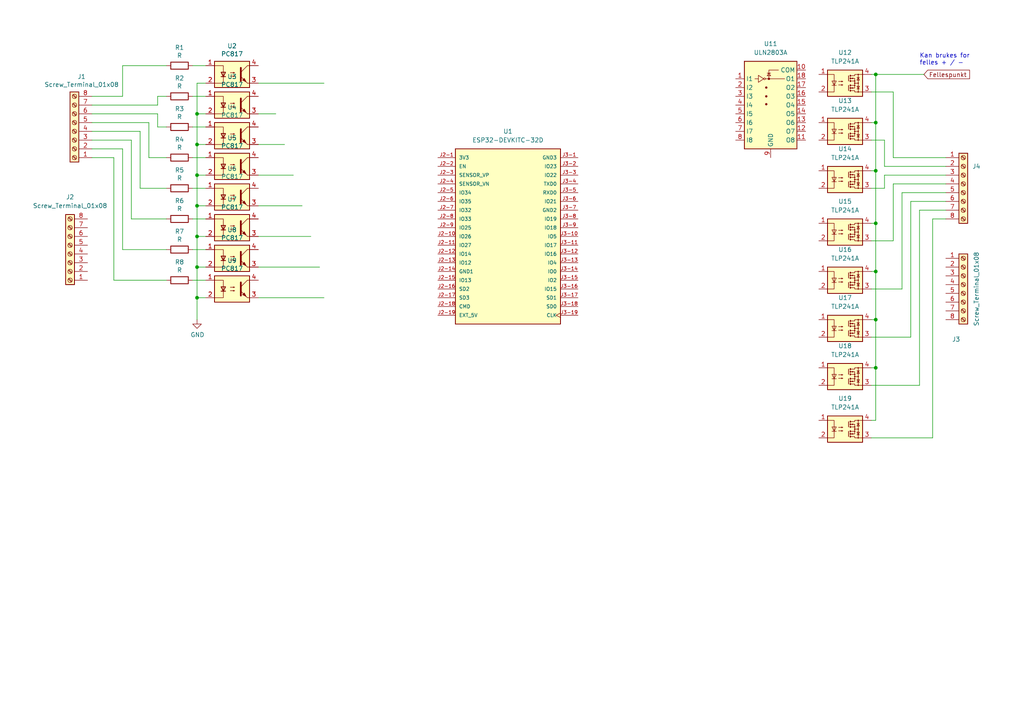
<source format=kicad_sch>
(kicad_sch (version 20211123) (generator eeschema)
  (paper "A4")
  (lib_symbols
    (symbol "Connector:Screw_Terminal_01x08" (pin_names (offset 1.016) hide)
      (property "Reference" "J" (at 0 10.16 0))
      (property "Value" "Screw_Terminal_01x08" (at 0 -12.7 0))
      (symbol "Screw_Terminal_01x08_1_1"
        (rectangle (start -1.27 8.89) (end 1.27 -11.43) (stroke (width 0.254)) (fill (type background)))
        (circle (center 0 -10.16) (radius 0.635) (stroke (width 0.1524)))
        (circle (center 0 -7.62) (radius 0.635) (stroke (width 0.1524)))
        (circle (center 0 -5.08) (radius 0.635) (stroke (width 0.1524)))
        (circle (center 0 -2.54) (radius 0.635) (stroke (width 0.1524)))
        (polyline (pts (xy -0.5334 -9.8298) (xy 0.3302 -10.668)) (stroke (width 0.1524)))
        (polyline (pts (xy -0.5334 -7.2898) (xy 0.3302 -8.128)) (stroke (width 0.1524)))
        (polyline (pts (xy -0.5334 -4.7498) (xy 0.3302 -5.588)) (stroke (width 0.1524)))
        (polyline (pts (xy -0.5334 -2.2098) (xy 0.3302 -3.048)) (stroke (width 0.1524)))
        (polyline (pts (xy -0.5334 0.3302) (xy 0.3302 -0.508)) (stroke (width 0.1524)))
        (polyline (pts (xy -0.5334 2.8702) (xy 0.3302 2.032)) (stroke (width 0.1524)))
        (polyline (pts (xy -0.5334 5.4102) (xy 0.3302 4.572)) (stroke (width 0.1524)))
        (polyline (pts (xy -0.5334 7.9502) (xy 0.3302 7.112)) (stroke (width 0.1524)))
        (polyline (pts (xy -0.3556 -9.652) (xy 0.508 -10.4902)) (stroke (width 0.1524)))
        (polyline (pts (xy -0.3556 -7.112) (xy 0.508 -7.9502)) (stroke (width 0.1524)))
        (polyline (pts (xy -0.3556 -4.572) (xy 0.508 -5.4102)) (stroke (width 0.1524)))
        (polyline (pts (xy -0.3556 -2.032) (xy 0.508 -2.8702)) (stroke (width 0.1524)))
        (polyline (pts (xy -0.3556 0.508) (xy 0.508 -0.3302)) (stroke (width 0.1524)))
        (polyline (pts (xy -0.3556 3.048) (xy 0.508 2.2098)) (stroke (width 0.1524)))
        (polyline (pts (xy -0.3556 5.588) (xy 0.508 4.7498)) (stroke (width 0.1524)))
        (polyline (pts (xy -0.3556 8.128) (xy 0.508 7.2898)) (stroke (width 0.1524)))
        (circle (center 0 0) (radius 0.635) (stroke (width 0.1524)))
        (circle (center 0 2.54) (radius 0.635) (stroke (width 0.1524)))
        (circle (center 0 5.08) (radius 0.635) (stroke (width 0.1524)))
        (circle (center 0 7.62) (radius 0.635) (stroke (width 0.1524)))
        (pin passive line (at -5.08 7.62 0) (length 3.81) (name "Pin_1") (number "1"))
        (pin passive line (at -5.08 5.08 0) (length 3.81) (name "Pin_2") (number "2"))
        (pin passive line (at -5.08 2.54 0) (length 3.81) (name "Pin_3") (number "3"))
        (pin passive line (at -5.08 0 0) (length 3.81) (name "Pin_4") (number "4"))
        (pin passive line (at -5.08 -2.54 0) (length 3.81) (name "Pin_5") (number "5"))
        (pin passive line (at -5.08 -5.08 0) (length 3.81) (name "Pin_6") (number "6"))
        (pin passive line (at -5.08 -7.62 0) (length 3.81) (name "Pin_7") (number "7"))
        (pin passive line (at -5.08 -10.16 0) (length 3.81) (name "Pin_8") (number "8"))
      )
    )
    (symbol "Device:R" (pin_numbers hide) (pin_names (offset 0))
      (property "Reference" "R" (at 2.032 0 90))
      (property "Value" "R" (at 0 0 90))
      (symbol "R_0_1"
        (rectangle (start -1.016 -2.54) (end 1.016 2.54) (stroke (width 0.254)))
      )
      (symbol "R_1_1"
        (pin passive line (at 0 3.81 270) (length 1.27) (name "~") (number "1"))
        (pin passive line (at 0 -3.81 90) (length 1.27) (name "~") (number "2"))
      )
    )
    (symbol "ESP32-DEVKITC-32D:ESP32-DEVKITC-32D" (pin_names (offset 1.016))
      (property "Reference" "U" (at -15.2572 26.0643 0))
      (property "Value" "ESP32-DEVKITC-32D" (at -15.2563 -27.9698 0))
      (symbol "ESP32-DEVKITC-32D_0_0"
        (rectangle (start -15.24 -25.4) (end 15.24 25.4) (stroke (width 0.254)) (fill (type background)))
        (pin power_in line (at -20.32 22.86 0) (length 5.08) (name "3V3") (number "J2-1"))
        (pin bidirectional line (at -20.32 0 0) (length 5.08) (name "IO26") (number "J2-10"))
        (pin bidirectional line (at -20.32 -2.54 0) (length 5.08) (name "IO27") (number "J2-11"))
        (pin bidirectional line (at -20.32 -5.08 0) (length 5.08) (name "IO14") (number "J2-12"))
        (pin bidirectional line (at -20.32 -7.62 0) (length 5.08) (name "IO12") (number "J2-13"))
        (pin power_in line (at -20.32 -10.16 0) (length 5.08) (name "GND1") (number "J2-14"))
        (pin bidirectional line (at -20.32 -12.7 0) (length 5.08) (name "IO13") (number "J2-15"))
        (pin bidirectional line (at -20.32 -15.24 0) (length 5.08) (name "SD2") (number "J2-16"))
        (pin bidirectional line (at -20.32 -17.78 0) (length 5.08) (name "SD3") (number "J2-17"))
        (pin bidirectional line (at -20.32 -20.32 0) (length 5.08) (name "CMD") (number "J2-18"))
        (pin power_in line (at -20.32 -22.86 0) (length 5.08) (name "EXT_5V") (number "J2-19"))
        (pin input line (at -20.32 20.32 0) (length 5.08) (name "EN") (number "J2-2"))
        (pin input line (at -20.32 17.78 0) (length 5.08) (name "SENSOR_VP") (number "J2-3"))
        (pin input line (at -20.32 15.24 0) (length 5.08) (name "SENSOR_VN") (number "J2-4"))
        (pin bidirectional line (at -20.32 12.7 0) (length 5.08) (name "IO34") (number "J2-5"))
        (pin bidirectional line (at -20.32 10.16 0) (length 5.08) (name "IO35") (number "J2-6"))
        (pin bidirectional line (at -20.32 7.62 0) (length 5.08) (name "IO32") (number "J2-7"))
        (pin bidirectional line (at -20.32 5.08 0) (length 5.08) (name "IO33") (number "J2-8"))
        (pin bidirectional line (at -20.32 2.54 0) (length 5.08) (name "IO25") (number "J2-9"))
        (pin power_in line (at 20.32 22.86 180) (length 5.08) (name "GND3") (number "J3-1"))
        (pin bidirectional line (at 20.32 0 180) (length 5.08) (name "IO5") (number "J3-10"))
        (pin bidirectional line (at 20.32 -2.54 180) (length 5.08) (name "IO17") (number "J3-11"))
        (pin bidirectional line (at 20.32 -5.08 180) (length 5.08) (name "IO16") (number "J3-12"))
        (pin bidirectional line (at 20.32 -7.62 180) (length 5.08) (name "IO4") (number "J3-13"))
        (pin bidirectional line (at 20.32 -10.16 180) (length 5.08) (name "IO0") (number "J3-14"))
        (pin bidirectional line (at 20.32 -12.7 180) (length 5.08) (name "IO2") (number "J3-15"))
        (pin bidirectional line (at 20.32 -15.24 180) (length 5.08) (name "IO15") (number "J3-16"))
        (pin bidirectional line (at 20.32 -17.78 180) (length 5.08) (name "SD1") (number "J3-17"))
        (pin bidirectional line (at 20.32 -20.32 180) (length 5.08) (name "SD0") (number "J3-18"))
        (pin input clock (at 20.32 -22.86 180) (length 5.08) (name "CLK") (number "J3-19"))
        (pin bidirectional line (at 20.32 20.32 180) (length 5.08) (name "IO23") (number "J3-2"))
        (pin bidirectional line (at 20.32 17.78 180) (length 5.08) (name "IO22") (number "J3-3"))
        (pin output line (at 20.32 15.24 180) (length 5.08) (name "TXD0") (number "J3-4"))
        (pin input line (at 20.32 12.7 180) (length 5.08) (name "RXD0") (number "J3-5"))
        (pin bidirectional line (at 20.32 10.16 180) (length 5.08) (name "IO21") (number "J3-6"))
        (pin power_in line (at 20.32 7.62 180) (length 5.08) (name "GND2") (number "J3-7"))
        (pin bidirectional line (at 20.32 5.08 180) (length 5.08) (name "IO19") (number "J3-8"))
        (pin bidirectional line (at 20.32 2.54 180) (length 5.08) (name "IO18") (number "J3-9"))
      )
    )
    (symbol "Isolator:PC817" (pin_names (offset 1.016))
      (property "Reference" "U" (at -5.08 5.08 0))
      (property "Value" "PC817" (at 0 5.08 0))
      (symbol "PC817_0_1"
        (rectangle (start -5.08 3.81) (end 5.08 -3.81) (stroke (width 0.254)) (fill (type background)))
        (polyline (pts (xy -3.175 -0.635) (xy -1.905 -0.635)) (stroke (width 0.254)))
        (polyline (pts (xy 2.54 0.635) (xy 4.445 2.54)))
        (polyline (pts (xy 4.445 -2.54) (xy 2.54 -0.635)) (fill (type outline)))
        (polyline (pts (xy 4.445 -2.54) (xy 5.08 -2.54)))
        (polyline (pts (xy 4.445 2.54) (xy 5.08 2.54)))
        (polyline (pts (xy -5.08 2.54) (xy -2.54 2.54) (xy -2.54 -0.635)))
        (polyline (pts (xy -2.54 -0.635) (xy -2.54 -2.54) (xy -5.08 -2.54)))
        (polyline (pts (xy 2.54 1.905) (xy 2.54 -1.905) (xy 2.54 -1.905)) (stroke (width 0.508)))
        (polyline (pts (xy -2.54 -0.635) (xy -3.175 0.635) (xy -1.905 0.635) (xy -2.54 -0.635)) (stroke (width 0.254)))
        (polyline (pts (xy -0.508 -0.508) (xy 0.762 -0.508) (xy 0.381 -0.635) (xy 0.381 -0.381) (xy 0.762 -0.508)))
        (polyline (pts (xy -0.508 0.508) (xy 0.762 0.508) (xy 0.381 0.381) (xy 0.381 0.635) (xy 0.762 0.508)))
        (polyline (pts (xy 3.048 -1.651) (xy 3.556 -1.143) (xy 4.064 -2.159) (xy 3.048 -1.651) (xy 3.048 -1.651)) (fill (type outline)))
      )
      (symbol "PC817_1_1"
        (pin passive line (at -7.62 2.54 0) (length 2.54) (name "~") (number "1"))
        (pin passive line (at -7.62 -2.54 0) (length 2.54) (name "~") (number "2"))
        (pin passive line (at 7.62 -2.54 180) (length 2.54) (name "~") (number "3"))
        (pin passive line (at 7.62 2.54 180) (length 2.54) (name "~") (number "4"))
      )
    )
    (symbol "Relay_SolidState:TLP222A"
      (property "Reference" "U" (at -5.08 5.08 0))
      (property "Value" "TLP222A" (at 0 5.08 0))
      (symbol "TLP222A_0_1"
        (rectangle (start -5.08 3.81) (end 5.08 -3.81) (stroke (width 0.254)) (fill (type background)))
        (polyline (pts (xy -3.81 -0.635) (xy -2.54 -0.635)))
        (polyline (pts (xy 1.016 -0.635) (xy 1.016 -2.159)) (stroke (width 0.2032)))
        (polyline (pts (xy 1.016 2.159) (xy 1.016 0.635)) (stroke (width 0.2032)))
        (polyline (pts (xy 1.524 -0.508) (xy 1.524 -0.762)) (stroke (width 0.3556)))
        (polyline (pts (xy 2.794 0) (xy 3.81 0)))
        (polyline (pts (xy 3.429 -1.651) (xy 4.191 -1.651)))
        (polyline (pts (xy 3.429 1.651) (xy 4.191 1.651)))
        (polyline (pts (xy 3.81 -2.54) (xy 3.81 2.54)))
        (polyline (pts (xy 1.524 -2.032) (xy 1.524 -2.286) (xy 1.524 -2.286)) (stroke (width 0.3556)))
        (polyline (pts (xy 1.524 -1.27) (xy 1.524 -1.524) (xy 1.524 -1.524)) (stroke (width 0.3556)))
        (polyline (pts (xy 1.524 0.762) (xy 1.524 0.508) (xy 1.524 0.508)) (stroke (width 0.3556)))
        (polyline (pts (xy 1.524 1.524) (xy 1.524 1.27) (xy 1.524 1.27)) (stroke (width 0.3556)))
        (polyline (pts (xy 1.524 2.286) (xy 1.524 2.032) (xy 1.524 2.032)) (stroke (width 0.3556)))
        (polyline (pts (xy 1.651 -1.397) (xy 2.794 -1.397) (xy 2.794 -0.635)))
        (polyline (pts (xy 1.651 1.397) (xy 2.794 1.397) (xy 2.794 0.635)))
        (polyline (pts (xy -5.08 2.54) (xy -3.175 2.54) (xy -3.175 -2.54) (xy -5.08 -2.54)))
        (polyline (pts (xy -3.175 -0.635) (xy -3.81 0.635) (xy -2.54 0.635) (xy -3.175 -0.635)))
        (polyline (pts (xy 1.651 -2.159) (xy 2.794 -2.159) (xy 2.794 -2.54) (xy 5.08 -2.54)))
        (polyline (pts (xy 1.651 -0.635) (xy 2.794 -0.635) (xy 2.794 0.635) (xy 1.651 0.635)))
        (polyline (pts (xy 1.651 2.159) (xy 2.794 2.159) (xy 2.794 2.54) (xy 5.08 2.54)))
        (polyline (pts (xy 1.778 -1.397) (xy 2.286 -1.27) (xy 2.286 -1.524) (xy 1.778 -1.397)))
        (polyline (pts (xy 1.778 1.397) (xy 2.286 1.524) (xy 2.286 1.27) (xy 1.778 1.397)))
        (polyline (pts (xy 3.81 -1.651) (xy 3.429 -0.889) (xy 4.191 -0.889) (xy 3.81 -1.651)))
        (polyline (pts (xy 3.81 1.651) (xy 3.429 0.889) (xy 4.191 0.889) (xy 3.81 1.651)))
        (polyline (pts (xy -1.905 -0.508) (xy -0.635 -0.508) (xy -1.016 -0.635) (xy -1.016 -0.381) (xy -0.635 -0.508)))
        (polyline (pts (xy -1.905 0.508) (xy -0.635 0.508) (xy -1.016 0.381) (xy -1.016 0.635) (xy -0.635 0.508)))
        (circle (center 2.794 -0.635) (radius 0.127))
        (circle (center 2.794 0) (radius 0.127))
        (circle (center 2.794 0.635) (radius 0.127))
        (circle (center 3.81 -2.54) (radius 0.127))
        (circle (center 3.81 0) (radius 0.127))
        (circle (center 3.81 2.54) (radius 0.127))
      )
      (symbol "TLP222A_1_1"
        (pin passive line (at -7.62 2.54 0) (length 2.54) (name "~") (number "1"))
        (pin passive line (at -7.62 -2.54 0) (length 2.54) (name "~") (number "2"))
        (pin passive line (at 7.62 -2.54 180) (length 2.54) (name "~") (number "3"))
        (pin passive line (at 7.62 2.54 180) (length 2.54) (name "~") (number "4"))
      )
    )
    (symbol "Transistor_Array:ULN2803A"
      (property "Reference" "U" (at 0 13.335 0))
      (property "Value" "ULN2803A" (at 0 11.43 0))
      (symbol "ULN2803A_0_1"
        (rectangle (start -7.62 -15.24) (end 7.62 10.16) (stroke (width 0.254)) (fill (type background)))
        (circle (center -1.778 5.08) (radius 0.254))
        (circle (center -1.27 -2.286) (radius 0.254) (fill (type outline)))
        (circle (center -1.27 0) (radius 0.254) (fill (type outline)))
        (circle (center -1.27 2.54) (radius 0.254) (fill (type outline)))
        (circle (center -0.508 5.08) (radius 0.254) (fill (type outline)))
        (polyline (pts (xy -4.572 5.08) (xy -3.556 5.08)))
        (polyline (pts (xy -1.524 5.08) (xy 4.064 5.08)))
        (polyline (pts (xy 0 6.731) (xy -1.016 6.731)))
        (polyline (pts (xy -0.508 5.08) (xy -0.508 7.62) (xy 2.286 7.62)))
        (polyline (pts (xy -3.556 6.096) (xy -3.556 4.064) (xy -2.032 5.08) (xy -3.556 6.096)))
        (polyline (pts (xy 0 5.969) (xy -1.016 5.969) (xy -0.508 6.731) (xy 0 5.969)))
      )
      (symbol "ULN2803A_1_1"
        (pin input line (at -10.16 5.08 0) (length 2.54) (name "I1") (number "1"))
        (pin passive line (at 10.16 7.62 180) (length 2.54) (name "COM") (number "10"))
        (pin open_collector line (at 10.16 -12.7 180) (length 2.54) (name "O8") (number "11"))
        (pin open_collector line (at 10.16 -10.16 180) (length 2.54) (name "O7") (number "12"))
        (pin open_collector line (at 10.16 -7.62 180) (length 2.54) (name "O6") (number "13"))
        (pin open_collector line (at 10.16 -5.08 180) (length 2.54) (name "O5") (number "14"))
        (pin open_collector line (at 10.16 -2.54 180) (length 2.54) (name "O4") (number "15"))
        (pin open_collector line (at 10.16 0 180) (length 2.54) (name "O3") (number "16"))
        (pin open_collector line (at 10.16 2.54 180) (length 2.54) (name "O2") (number "17"))
        (pin open_collector line (at 10.16 5.08 180) (length 2.54) (name "O1") (number "18"))
        (pin input line (at -10.16 2.54 0) (length 2.54) (name "I2") (number "2"))
        (pin input line (at -10.16 0 0) (length 2.54) (name "I3") (number "3"))
        (pin input line (at -10.16 -2.54 0) (length 2.54) (name "I4") (number "4"))
        (pin input line (at -10.16 -5.08 0) (length 2.54) (name "I5") (number "5"))
        (pin input line (at -10.16 -7.62 0) (length 2.54) (name "I6") (number "6"))
        (pin input line (at -10.16 -10.16 0) (length 2.54) (name "I7") (number "7"))
        (pin input line (at -10.16 -12.7 0) (length 2.54) (name "I8") (number "8"))
        (pin power_in line (at 0 -17.78 90) (length 2.54) (name "GND") (number "9"))
      )
    )
    (symbol "power:GND" (power) (pin_names (offset 0))
      (property "Value" "GND" (at 0 -3.81 0))
      (symbol "GND_0_1"
        (polyline (pts (xy 0 0) (xy 0 -1.27) (xy 1.27 -1.27) (xy 0 -2.54) (xy -1.27 -1.27) (xy 0 -1.27)))
      )
      (symbol "GND_1_1"
        (pin power_in line (at 0 0 270) (length 0) hide (name "GND") (number "1"))
      )
    )
  )
  (junction (at 254 106.68))
  (junction (at 254 49.53))
  (junction (at 57.15 59.69))
  (junction (at 57.15 86.36))
  (junction (at 57.15 33.02))
  (junction (at 254 21.59))
  (junction (at 254 92.71))
  (junction (at 57.15 41.91))
  (junction (at 57.15 77.47))
  (junction (at 254 78.74))
  (junction (at 57.15 68.58))
  (junction (at 254 64.77))
  (junction (at 254 35.56))
  (junction (at 57.15 50.8))
  (wire (pts (xy 74.93 50.8) (xy 85.09 50.8)))
  (wire (pts (xy 33.02 45.72) (xy 33.02 81.28)))
  (wire (pts (xy 254 106.68) (xy 254 92.71)))
  (wire (pts (xy 57.15 50.8) (xy 59.69 50.8)))
  (wire (pts (xy 252.73 35.56) (xy 254 35.56)))
  (wire (pts (xy 252.73 78.74) (xy 254 78.74)))
  (wire (pts (xy 254 78.74) (xy 254 64.77)))
  (wire (pts (xy 57.15 41.91) (xy 57.15 50.8)))
  (wire (pts (xy 35.56 27.94) (xy 35.56 19.05)))
  (wire (pts (xy 33.02 81.28) (xy 48.26 81.28)))
  (wire (pts (xy 57.15 86.36) (xy 59.69 86.36)))
  (wire (pts (xy 45.72 27.94) (xy 48.26 27.94)))
  (wire (pts (xy 57.15 77.47) (xy 59.69 77.47)))
  (wire (pts (xy 252.73 49.53) (xy 254 49.53)))
  (wire (pts (xy 252.73 97.79) (xy 264.16 97.79)))
  (wire (pts (xy 57.15 50.8) (xy 57.15 59.69)))
  (wire (pts (xy 256.54 48.26) (xy 274.32 48.26)))
  (wire (pts (xy 45.72 33.02) (xy 45.72 36.83)))
  (wire (pts (xy 252.73 83.82) (xy 261.62 83.82)))
  (wire (pts (xy 74.93 59.69) (xy 87.63 59.69)))
  (wire (pts (xy 264.16 97.79) (xy 264.16 58.42)))
  (wire (pts (xy 26.67 27.94) (xy 35.56 27.94)))
  (wire (pts (xy 259.08 45.72) (xy 274.32 45.72)))
  (wire (pts (xy 45.72 30.48) (xy 45.72 27.94)))
  (wire (pts (xy 55.88 72.39) (xy 59.69 72.39)))
  (wire (pts (xy 57.15 86.36) (xy 57.15 92.71)))
  (wire (pts (xy 252.73 111.76) (xy 266.7 111.76)))
  (wire (pts (xy 256.54 50.8) (xy 274.32 50.8)))
  (wire (pts (xy 252.73 92.71) (xy 254 92.71)))
  (wire (pts (xy 74.93 24.13) (xy 93.98 24.13)))
  (wire (pts (xy 74.93 33.02) (xy 80.01 33.02)))
  (wire (pts (xy 254 49.53) (xy 254 35.56)))
  (wire (pts (xy 40.64 38.1) (xy 40.64 54.61)))
  (wire (pts (xy 264.16 58.42) (xy 274.32 58.42)))
  (wire (pts (xy 26.67 45.72) (xy 33.02 45.72)))
  (wire (pts (xy 74.93 77.47) (xy 92.71 77.47)))
  (wire (pts (xy 266.7 60.96) (xy 274.32 60.96)))
  (wire (pts (xy 57.15 24.13) (xy 57.15 33.02)))
  (wire (pts (xy 35.56 19.05) (xy 48.26 19.05)))
  (wire (pts (xy 252.73 54.61) (xy 256.54 54.61)))
  (wire (pts (xy 57.15 41.91) (xy 59.69 41.91)))
  (wire (pts (xy 57.15 68.58) (xy 59.69 68.58)))
  (wire (pts (xy 259.08 69.85) (xy 259.08 53.34)))
  (wire (pts (xy 45.72 36.83) (xy 48.26 36.83)))
  (wire (pts (xy 254 21.59) (xy 254 35.56)))
  (wire (pts (xy 252.73 121.92) (xy 254 121.92)))
  (wire (pts (xy 26.67 43.18) (xy 35.56 43.18)))
  (wire (pts (xy 55.88 27.94) (xy 59.69 27.94)))
  (wire (pts (xy 256.54 54.61) (xy 256.54 50.8)))
  (wire (pts (xy 261.62 83.82) (xy 261.62 55.88)))
  (wire (pts (xy 254 21.59) (xy 267.97 21.59)))
  (wire (pts (xy 38.1 40.64) (xy 38.1 63.5)))
  (wire (pts (xy 55.88 19.05) (xy 59.69 19.05)))
  (wire (pts (xy 59.69 24.13) (xy 57.15 24.13)))
  (wire (pts (xy 35.56 72.39) (xy 48.26 72.39)))
  (wire (pts (xy 259.08 26.67) (xy 259.08 45.72)))
  (wire (pts (xy 266.7 111.76) (xy 266.7 60.96)))
  (wire (pts (xy 270.51 63.5) (xy 274.32 63.5)))
  (wire (pts (xy 252.73 127) (xy 270.51 127)))
  (wire (pts (xy 43.18 45.72) (xy 48.26 45.72)))
  (wire (pts (xy 26.67 33.02) (xy 45.72 33.02)))
  (wire (pts (xy 43.18 35.56) (xy 43.18 45.72)))
  (wire (pts (xy 26.67 40.64) (xy 38.1 40.64)))
  (wire (pts (xy 55.88 81.28) (xy 59.69 81.28)))
  (wire (pts (xy 57.15 33.02) (xy 57.15 41.91)))
  (wire (pts (xy 252.73 69.85) (xy 259.08 69.85)))
  (wire (pts (xy 57.15 59.69) (xy 59.69 59.69)))
  (wire (pts (xy 57.15 33.02) (xy 59.69 33.02)))
  (wire (pts (xy 254 92.71) (xy 254 78.74)))
  (wire (pts (xy 256.54 40.64) (xy 256.54 48.26)))
  (wire (pts (xy 74.93 68.58) (xy 90.17 68.58)))
  (wire (pts (xy 55.88 36.83) (xy 59.69 36.83)))
  (wire (pts (xy 252.73 106.68) (xy 254 106.68)))
  (wire (pts (xy 261.62 55.88) (xy 274.32 55.88)))
  (wire (pts (xy 254 64.77) (xy 254 49.53)))
  (wire (pts (xy 270.51 127) (xy 270.51 63.5)))
  (wire (pts (xy 57.15 77.47) (xy 57.15 86.36)))
  (wire (pts (xy 55.88 54.61) (xy 59.69 54.61)))
  (wire (pts (xy 35.56 43.18) (xy 35.56 72.39)))
  (wire (pts (xy 74.93 41.91) (xy 82.55 41.91)))
  (wire (pts (xy 40.64 54.61) (xy 48.26 54.61)))
  (wire (pts (xy 55.88 45.72) (xy 59.69 45.72)))
  (wire (pts (xy 252.73 21.59) (xy 254 21.59)))
  (wire (pts (xy 26.67 35.56) (xy 43.18 35.56)))
  (wire (pts (xy 259.08 53.34) (xy 274.32 53.34)))
  (wire (pts (xy 57.15 68.58) (xy 57.15 77.47)))
  (wire (pts (xy 254 121.92) (xy 254 106.68)))
  (wire (pts (xy 74.93 86.36) (xy 93.98 86.36)))
  (wire (pts (xy 57.15 59.69) (xy 57.15 68.58)))
  (wire (pts (xy 26.67 38.1) (xy 40.64 38.1)))
  (wire (pts (xy 252.73 64.77) (xy 254 64.77)))
  (wire (pts (xy 26.67 30.48) (xy 45.72 30.48)))
  (wire (pts (xy 55.88 63.5) (xy 59.69 63.5)))
  (wire (pts (xy 252.73 40.64) (xy 256.54 40.64)))
  (wire (pts (xy 252.73 26.67) (xy 259.08 26.67)))
  (wire (pts (xy 38.1 63.5) (xy 48.26 63.5)))
  (text "Kan brukes for\nfelles + / -" (at 266.7 19.05 0) (effects (font (size 1.27 1.27)) (justify left bottom)))
  (global_label "Fellespunkt" (shape input) (at 267.97 21.59 0) (property "Intersheet References" "${INTERSHEET_REFS}" (effects hide)))
  (symbol (lib_id "Relay_SolidState:TLP222A") (at 245.11 67.31 0) (unit 1)
    (property "Reference" "U15" (at 245.11 58.42 0))
    (property "Value" "TLP241A" (at 245.11 60.96 0))
    (property "Footprint" "Package_DIP:DIP-4_W7.62mm" (effects hide))
    (property "Datasheet" "https://toshiba.semicon-storage.com/info/docget.jsp?did=17036&prodName=TLP222A" (effects hide))
  )
  (symbol (lib_id "Device:R") (at 52.07 45.72 270) (unit 1)
    (property "Reference" "R4" (at 52.07 40.4622 90))
    (property "Value" "R" (at 52.07 42.7736 90))
    (property "Footprint" "Resistor_THT:R_Axial_DIN0207_L6.3mm_D2.5mm_P10.16mm_Horizontal" (effects hide))
  )
  (symbol (lib_id "Device:R") (at 52.07 63.5 270) (unit 1)
    (property "Reference" "R6" (at 52.07 58.2422 90))
    (property "Value" "R" (at 52.07 60.5536 90))
    (property "Footprint" "Resistor_THT:R_Axial_DIN0207_L6.3mm_D2.5mm_P10.16mm_Horizontal" (effects hide))
  )
  (symbol (lib_id "Connector:Screw_Terminal_01x08") (at 279.4 82.55 0) (unit 1)
    (property "Reference" "J3" (at 277.3172 98.425 0))
    (property "Value" "Screw_Terminal_01x08" (at 283.21 83.82 90))
    (property "Footprint" "TerminalBlock_Phoenix:TerminalBlock_Phoenix_MKDS-1,5-8-5.08_1x08_P5.08mm_Horizontal" (effects hide))
  )
  (symbol (lib_id "Device:R") (at 52.07 72.39 270) (unit 1)
    (property "Reference" "R7" (at 52.07 67.1322 90))
    (property "Value" "R" (at 52.07 69.4436 90))
    (property "Footprint" "Resistor_THT:R_Axial_DIN0207_L6.3mm_D2.5mm_P10.16mm_Horizontal" (effects hide))
  )
  (symbol (lib_id "Isolator:PC817") (at 67.31 66.04 0) (unit 1)
    (property "Reference" "U7" (at 67.31 57.785 0))
    (property "Value" "PC817" (at 67.31 60.0964 0))
    (property "Footprint" "Package_DIP:DIP-4_W7.62mm" (effects hide))
    (property "Datasheet" "http://www.soselectronic.cz/a_info/resource/d/pc817.pdf" (effects hide))
  )
  (symbol (lib_id "Isolator:PC817") (at 67.31 39.37 0) (unit 1)
    (property "Reference" "U4" (at 67.31 31.115 0))
    (property "Value" "PC817" (at 67.31 33.4264 0))
    (property "Footprint" "Package_DIP:DIP-4_W7.62mm" (effects hide))
    (property "Datasheet" "http://www.soselectronic.cz/a_info/resource/d/pc817.pdf" (effects hide))
  )
  (symbol (lib_id "Device:R") (at 52.07 27.94 270) (unit 1)
    (property "Reference" "R2" (at 52.07 22.6822 90))
    (property "Value" "R" (at 52.07 24.9936 90))
    (property "Footprint" "Resistor_THT:R_Axial_DIN0207_L6.3mm_D2.5mm_P10.16mm_Horizontal" (effects hide))
  )
  (symbol (lib_id "ESP32-DEVKITC-32D:ESP32-DEVKITC-32D") (at 147.32 68.58 0) (unit 1)
    (property "Reference" "U1" (at 147.32 38.1 0))
    (property "Value" "ESP32-DEVKITC-32D" (at 147.32 40.64 0))
    (property "Footprint" "MODULE_ESP32-DEVKITC-32D" (effects hide))
    (property "MANUFACTURER" "Espressif Systems" (effects hide))
    (property "STANDARD" "Manufacturer Recommendations" (effects hide))
    (property "PARTREV" "V4" (effects hide))
    (property "SNAPEDA_PN" "ESP32-DEVKITC-32D" (effects hide))
    (property "MAXIMUM_PACKAGE_HEIGHT" "N/A" (effects hide))
  )
  (symbol (lib_id "Relay_SolidState:TLP222A") (at 245.11 124.46 0) (unit 1)
    (property "Reference" "U19" (at 245.11 115.57 0))
    (property "Value" "TLP241A" (at 245.11 118.11 0))
    (property "Footprint" "Package_DIP:DIP-4_W7.62mm" (effects hide))
    (property "Datasheet" "https://toshiba.semicon-storage.com/info/docget.jsp?did=17036&prodName=TLP222A" (effects hide))
  )
  (symbol (lib_id "Relay_SolidState:TLP222A") (at 245.11 24.13 0) (unit 1)
    (property "Reference" "U12" (at 245.11 15.24 0))
    (property "Value" "TLP241A" (at 245.11 17.78 0))
    (property "Footprint" "Package_DIP:DIP-4_W7.62mm" (effects hide))
    (property "Datasheet" "https://toshiba.semicon-storage.com/info/docget.jsp?did=17036&prodName=TLP222A" (effects hide))
  )
  (symbol (lib_id "Isolator:PC817") (at 67.31 74.93 0) (unit 1)
    (property "Reference" "U8" (at 67.31 66.675 0))
    (property "Value" "PC817" (at 67.31 68.9864 0))
    (property "Footprint" "Package_DIP:DIP-4_W7.62mm" (effects hide))
    (property "Datasheet" "http://www.soselectronic.cz/a_info/resource/d/pc817.pdf" (effects hide))
  )
  (symbol (lib_id "Connector:Screw_Terminal_01x08") (at 279.4 53.34 0) (unit 1)
    (property "Reference" "J4" (at 283.21 48.26 0))
    (property "Value" "Screw_Terminal_01x08" (effects hide))
    (property "Footprint" "TerminalBlock_Phoenix:TerminalBlock_Phoenix_MKDS-1,5-8-5.08_1x08_P5.08mm_Horizontal" (effects hide))
  )
  (symbol (lib_id "Relay_SolidState:TLP222A") (at 245.11 81.28 0) (unit 1)
    (property "Reference" "U16" (at 245.11 72.39 0))
    (property "Value" "TLP241A" (at 245.11 74.93 0))
    (property "Footprint" "Package_DIP:DIP-4_W7.62mm" (effects hide))
    (property "Datasheet" "https://toshiba.semicon-storage.com/info/docget.jsp?did=17036&prodName=TLP222A" (effects hide))
  )
  (symbol (lib_id "Relay_SolidState:TLP222A") (at 245.11 95.25 0) (unit 1)
    (property "Reference" "U17" (at 245.11 86.36 0))
    (property "Value" "TLP241A" (at 245.11 88.9 0))
    (property "Footprint" "Package_DIP:DIP-4_W7.62mm" (effects hide))
    (property "Datasheet" "https://toshiba.semicon-storage.com/info/docget.jsp?did=17036&prodName=TLP222A" (effects hide))
  )
  (symbol (lib_id "Relay_SolidState:TLP222A") (at 245.11 52.07 0) (unit 1)
    (property "Reference" "U14" (at 245.11 43.18 0))
    (property "Value" "TLP241A" (at 245.11 45.72 0))
    (property "Footprint" "Package_DIP:DIP-4_W7.62mm" (effects hide))
    (property "Datasheet" "https://toshiba.semicon-storage.com/info/docget.jsp?did=17036&prodName=TLP222A" (effects hide))
  )
  (symbol (lib_id "Device:R") (at 52.07 81.28 270) (unit 1)
    (property "Reference" "R8" (at 52.07 76.0222 90))
    (property "Value" "R" (at 52.07 78.3336 90))
    (property "Footprint" "Resistor_THT:R_Axial_DIN0207_L6.3mm_D2.5mm_P10.16mm_Horizontal" (effects hide))
  )
  (symbol (lib_id "Isolator:PC817") (at 67.31 48.26 0) (unit 1)
    (property "Reference" "U5" (at 67.31 40.005 0))
    (property "Value" "PC817" (at 67.31 42.3164 0))
    (property "Footprint" "Package_DIP:DIP-4_W7.62mm" (effects hide))
    (property "Datasheet" "http://www.soselectronic.cz/a_info/resource/d/pc817.pdf" (effects hide))
  )
  (symbol (lib_id "Connector:Screw_Terminal_01x08") (at 20.32 73.66 180) (unit 1)
    (property "Reference" "J2" (at 20.32 57.15 0))
    (property "Value" "Screw_Terminal_01x08" (at 20.32 59.69 0))
    (property "Footprint" "TerminalBlock_Phoenix:TerminalBlock_Phoenix_PTSM-0,5-5-2,5-V-SMD_1x05-1MP_P2.50mm_Vertical" (effects hide))
  )
  (symbol (lib_id "Isolator:PC817") (at 67.31 21.59 0) (unit 1)
    (property "Reference" "U2" (at 67.31 13.335 0))
    (property "Value" "PC817" (at 67.31 15.6464 0))
    (property "Footprint" "Package_DIP:DIP-4_W7.62mm" (effects hide))
    (property "Datasheet" "http://www.soselectronic.cz/a_info/resource/d/pc817.pdf" (effects hide))
  )
  (symbol (lib_id "Device:R") (at 52.07 54.61 270) (unit 1)
    (property "Reference" "R5" (at 52.07 49.3522 90))
    (property "Value" "R" (at 52.07 51.6636 90))
    (property "Footprint" "Resistor_THT:R_Axial_DIN0207_L6.3mm_D2.5mm_P10.16mm_Horizontal" (effects hide))
  )
  (symbol (lib_id "Connector:Screw_Terminal_01x08") (at 21.59 38.1 180) (unit 1)
    (property "Reference" "J1" (at 23.6728 22.225 0))
    (property "Value" "Screw_Terminal_01x08" (at 23.6728 24.5364 0))
    (property "Footprint" "TerminalBlock_Phoenix:TerminalBlock_Phoenix_MKDS-1,5-8-5.08_1x08_P5.08mm_Horizontal" (effects hide))
  )
  (symbol (lib_id "power:GND") (at 57.15 92.71 0) (unit 1)
    (property "Reference" "#PWR0101" (effects hide))
    (property "Value" "GND" (at 57.277 97.1042 0))
  )
  (symbol (lib_id "Relay_SolidState:TLP222A") (at 245.11 109.22 0) (unit 1)
    (property "Reference" "U18" (at 245.11 100.33 0))
    (property "Value" "TLP241A" (at 245.11 102.87 0))
    (property "Footprint" "Package_DIP:DIP-4_W7.62mm" (effects hide))
    (property "Datasheet" "https://toshiba.semicon-storage.com/info/docget.jsp?did=17036&prodName=TLP222A" (effects hide))
  )
  (symbol (lib_id "Isolator:PC817") (at 67.31 30.48 0) (unit 1)
    (property "Reference" "U3" (at 67.31 22.225 0))
    (property "Value" "PC817" (at 67.31 24.5364 0))
    (property "Footprint" "Package_DIP:DIP-4_W7.62mm" (effects hide))
    (property "Datasheet" "http://www.soselectronic.cz/a_info/resource/d/pc817.pdf" (effects hide))
  )
  (symbol (lib_id "Transistor_Array:ULN2803A") (at 223.52 27.94 0) (unit 1)
    (property "Reference" "U11" (at 223.52 12.7 0))
    (property "Value" "ULN2803A" (at 223.52 15.24 0))
    (property "Datasheet" "http://www.ti.com/lit/ds/symlink/uln2803a.pdf" (effects hide))
  )
  (symbol (lib_id "Device:R") (at 52.07 19.05 270) (unit 1)
    (property "Reference" "R1" (at 52.07 13.7922 90))
    (property "Value" "R" (at 52.07 16.1036 90))
    (property "Footprint" "Resistor_THT:R_Axial_DIN0207_L6.3mm_D2.5mm_P10.16mm_Horizontal" (effects hide))
  )
  (symbol (lib_id "Isolator:PC817") (at 67.31 83.82 0) (unit 1)
    (property "Reference" "U9" (at 67.31 75.565 0))
    (property "Value" "PC817" (at 67.31 77.8764 0))
    (property "Footprint" "Package_DIP:DIP-4_W7.62mm" (effects hide))
    (property "Datasheet" "http://www.soselectronic.cz/a_info/resource/d/pc817.pdf" (effects hide))
  )
  (symbol (lib_id "Relay_SolidState:TLP222A") (at 245.11 38.1 0) (unit 1)
    (property "Reference" "U13" (at 245.11 29.21 0))
    (property "Value" "TLP241A" (at 245.11 31.75 0))
    (property "Footprint" "Package_DIP:DIP-4_W7.62mm" (effects hide))
    (property "Datasheet" "https://toshiba.semicon-storage.com/info/docget.jsp?did=17036&prodName=TLP222A" (effects hide))
  )
  (symbol (lib_id "Device:R") (at 52.07 36.83 270) (unit 1)
    (property "Reference" "R3" (at 52.07 31.5722 90))
    (property "Value" "R" (at 52.07 33.8836 90))
    (property "Footprint" "Resistor_THT:R_Axial_DIN0207_L6.3mm_D2.5mm_P10.16mm_Horizontal" (effects hide))
  )
  (symbol (lib_id "Isolator:PC817") (at 67.31 57.15 0) (unit 1)
    (property "Reference" "U6" (at 67.31 48.895 0))
    (property "Value" "PC817" (at 67.31 51.2064 0))
    (property "Footprint" "Package_DIP:DIP-4_W7.62mm" (effects hide))
    (property "Datasheet" "http://www.soselectronic.cz/a_info/resource/d/pc817.pdf" (effects hide))
  )
)
</source>
